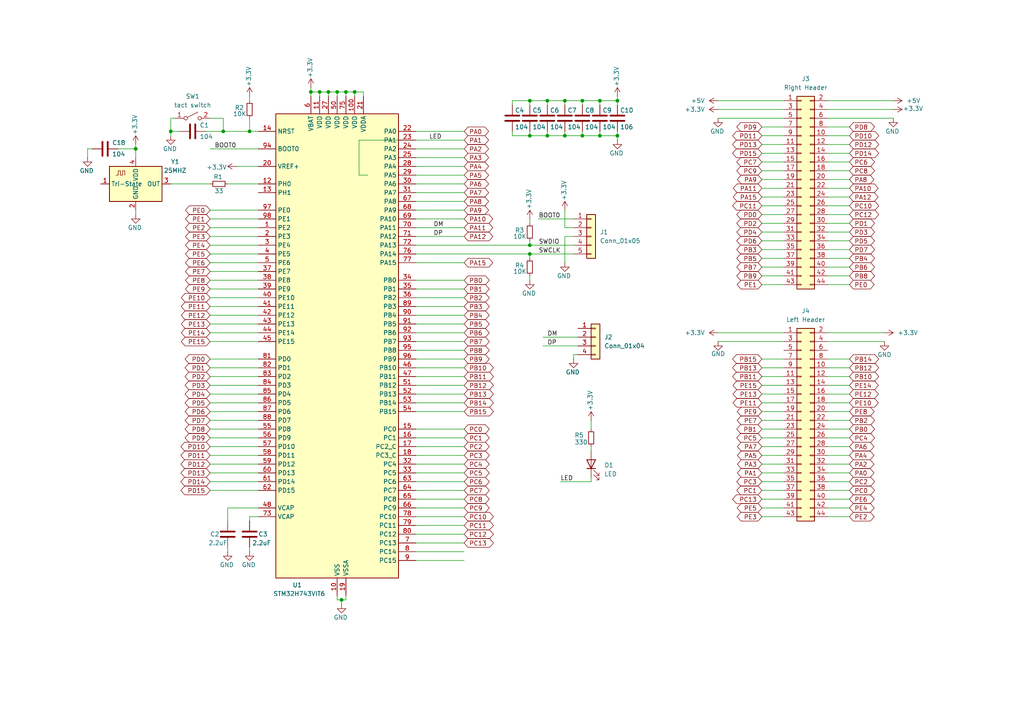
<source format=kicad_sch>
(kicad_sch (version 20250114) (generator "eeschema") (generator_version "9.0")
  (paper "A4")
  (junction (at 99.06 173.99))
  (junction (at 153.67 71.12))
  (junction (at 39.37 43.18))
  (junction (at 173.99 29.21))
  (junction (at 168.91 29.21))
  (junction (at 102.87 26.67))
  (junction (at 153.67 73.66))
  (junction (at 64.77 38.1))
  (junction (at 153.67 39.37))
  (junction (at 153.67 29.21))
  (junction (at 179.07 29.21))
  (junction (at 163.83 39.37))
  (junction (at 92.71 26.67))
  (junction (at 95.25 26.67))
  (junction (at 49.53 38.1))
  (junction (at 90.17 26.67))
  (junction (at 168.91 39.37))
  (junction (at 173.99 39.37))
  (junction (at 158.75 39.37))
  (junction (at 100.33 26.67))
  (junction (at 179.07 39.37))
  (junction (at 72.39 38.1))
  (junction (at 158.75 29.21))
  (junction (at 163.83 29.21))
  (junction (at 97.79 26.67))
  (wire (pts (xy 163.83 29.21) (xy 168.91 29.21)))
  (wire (pts (xy 227.33 29.21) (xy 208.28 29.21)))
  (wire (pts (xy 120.65 104.14) (xy 134.62 104.14)))
  (wire (pts (xy 162.56 139.7) (xy 171.45 139.7)))
  (wire (pts (xy 120.65 38.1) (xy 134.62 38.1)))
  (wire (pts (xy 90.17 26.67) (xy 92.71 26.67)))
  (wire (pts (xy 66.04 151.13) (xy 66.04 147.32)))
  (wire (pts (xy 72.39 27.94) (xy 72.39 29.21)))
  (wire (pts (xy 259.08 31.75) (xy 240.03 31.75)))
  (wire (pts (xy 66.04 147.32) (xy 74.93 147.32)))
  (wire (pts (xy 105.41 26.67) (xy 105.41 27.94)))
  (wire (pts (xy 60.96 63.5) (xy 74.93 63.5)))
  (wire (pts (xy 106.68 50.8) (xy 104.14 50.8)))
  (wire (pts (xy 166.37 68.58) (xy 163.83 68.58)))
  (wire (pts (xy 227.33 114.3) (xy 220.98 114.3)))
  (wire (pts (xy 100.33 26.67) (xy 100.33 27.94)))
  (wire (pts (xy 153.67 38.1) (xy 153.67 39.37)))
  (wire (pts (xy 156.21 63.5) (xy 166.37 63.5)))
  (wire (pts (xy 171.45 138.43) (xy 171.45 139.7)))
  (wire (pts (xy 120.65 162.56) (xy 134.62 162.56)))
  (wire (pts (xy 68.58 48.26) (xy 74.93 48.26)))
  (wire (pts (xy 120.65 144.78) (xy 134.62 144.78)))
  (wire (pts (xy 246.38 54.61) (xy 240.03 54.61)))
  (wire (pts (xy 163.83 38.1) (xy 163.83 39.37)))
  (wire (pts (xy 60.96 111.76) (xy 74.93 111.76)))
  (wire (pts (xy 153.67 80.01) (xy 153.67 81.28)))
  (wire (pts (xy 60.96 106.68) (xy 74.93 106.68)))
  (wire (pts (xy 60.96 142.24) (xy 74.93 142.24)))
  (wire (pts (xy 246.38 44.45) (xy 240.03 44.45)))
  (wire (pts (xy 153.67 29.21) (xy 158.75 29.21)))
  (wire (pts (xy 246.38 134.62) (xy 240.03 134.62)))
  (wire (pts (xy 246.38 104.14) (xy 240.03 104.14)))
  (wire (pts (xy 60.96 127) (xy 74.93 127)))
  (wire (pts (xy 97.79 26.67) (xy 97.79 27.94)))
  (wire (pts (xy 120.65 63.5) (xy 134.62 63.5)))
  (wire (pts (xy 246.38 57.15) (xy 240.03 57.15)))
  (wire (pts (xy 99.06 173.99) (xy 100.33 173.99)))
  (wire (pts (xy 227.33 142.24) (xy 220.98 142.24)))
  (wire (pts (xy 163.83 39.37) (xy 168.91 39.37)))
  (wire (pts (xy 168.91 29.21) (xy 168.91 30.48)))
  (wire (pts (xy 246.38 142.24) (xy 240.03 142.24)))
  (wire (pts (xy 166.37 66.04) (xy 163.83 66.04)))
  (wire (pts (xy 227.33 39.37) (xy 220.98 39.37)))
  (wire (pts (xy 227.33 109.22) (xy 220.98 109.22)))
  (wire (pts (xy 227.33 147.32) (xy 220.98 147.32)))
  (wire (pts (xy 104.14 40.64) (xy 104.14 50.8)))
  (wire (pts (xy 227.33 67.31) (xy 220.98 67.31)))
  (wire (pts (xy 168.91 38.1) (xy 168.91 39.37)))
  (wire (pts (xy 39.37 41.91) (xy 39.37 43.18)))
  (wire (pts (xy 246.38 39.37) (xy 240.03 39.37)))
  (wire (pts (xy 120.65 50.8) (xy 134.62 50.8)))
  (wire (pts (xy 246.38 129.54) (xy 240.03 129.54)))
  (wire (pts (xy 60.96 88.9) (xy 74.93 88.9)))
  (wire (pts (xy 49.53 34.29) (xy 49.53 38.1)))
  (wire (pts (xy 60.96 34.29) (xy 64.77 34.29)))
  (wire (pts (xy 72.39 158.75) (xy 72.39 160.02)))
  (wire (pts (xy 120.65 45.72) (xy 134.62 45.72)))
  (wire (pts (xy 60.96 116.84) (xy 74.93 116.84)))
  (wire (pts (xy 39.37 60.96) (xy 39.37 62.23)))
  (wire (pts (xy 227.33 64.77) (xy 220.98 64.77)))
  (wire (pts (xy 246.38 82.55) (xy 240.03 82.55)))
  (wire (pts (xy 66.04 53.34) (xy 74.93 53.34)))
  (wire (pts (xy 120.65 129.54) (xy 134.62 129.54)))
  (wire (pts (xy 227.33 62.23) (xy 220.98 62.23)))
  (wire (pts (xy 99.06 173.99) (xy 99.06 175.26)))
  (wire (pts (xy 120.65 66.04) (xy 134.62 66.04)))
  (wire (pts (xy 60.96 68.58) (xy 74.93 68.58)))
  (wire (pts (xy 60.96 104.14) (xy 74.93 104.14)))
  (wire (pts (xy 64.77 38.1) (xy 72.39 38.1)))
  (wire (pts (xy 246.38 46.99) (xy 240.03 46.99)))
  (wire (pts (xy 120.65 152.4) (xy 134.62 152.4)))
  (wire (pts (xy 166.37 102.87) (xy 166.37 104.14)))
  (wire (pts (xy 256.54 99.06) (xy 240.03 99.06)))
  (wire (pts (xy 246.38 62.23) (xy 240.03 62.23)))
  (wire (pts (xy 39.37 43.18) (xy 39.37 45.72)))
  (wire (pts (xy 227.33 116.84) (xy 220.98 116.84)))
  (wire (pts (xy 227.33 49.53) (xy 220.98 49.53)))
  (wire (pts (xy 72.39 34.29) (xy 72.39 38.1)))
  (wire (pts (xy 163.83 29.21) (xy 163.83 30.48)))
  (wire (pts (xy 179.07 27.94) (xy 179.07 29.21)))
  (wire (pts (xy 227.33 36.83) (xy 220.98 36.83)))
  (wire (pts (xy 120.65 96.52) (xy 134.62 96.52)))
  (wire (pts (xy 60.96 43.18) (xy 74.93 43.18)))
  (wire (pts (xy 227.33 31.75) (xy 208.28 31.75)))
  (wire (pts (xy 120.65 88.9) (xy 134.62 88.9)))
  (wire (pts (xy 246.38 114.3) (xy 240.03 114.3)))
  (wire (pts (xy 60.96 109.22) (xy 74.93 109.22)))
  (wire (pts (xy 104.14 40.64) (xy 116.84 40.64)))
  (wire (pts (xy 227.33 129.54) (xy 220.98 129.54)))
  (wire (pts (xy 163.83 66.04) (xy 163.83 60.96)))
  (wire (pts (xy 163.83 68.58) (xy 163.83 76.2)))
  (wire (pts (xy 153.67 73.66) (xy 166.37 73.66)))
  (wire (pts (xy 227.33 99.06) (xy 208.28 99.06)))
  (wire (pts (xy 148.59 39.37) (xy 153.67 39.37)))
  (wire (pts (xy 60.96 129.54) (xy 74.93 129.54)))
  (wire (pts (xy 120.65 147.32) (xy 134.62 147.32)))
  (wire (pts (xy 60.96 137.16) (xy 74.93 137.16)))
  (wire (pts (xy 120.65 119.38) (xy 134.62 119.38)))
  (wire (pts (xy 34.29 43.18) (xy 39.37 43.18)))
  (wire (pts (xy 60.96 99.06) (xy 74.93 99.06)))
  (wire (pts (xy 60.96 83.82) (xy 74.93 83.82)))
  (wire (pts (xy 246.38 116.84) (xy 240.03 116.84)))
  (wire (pts (xy 100.33 26.67) (xy 102.87 26.67)))
  (wire (pts (xy 157.48 97.79) (xy 167.64 97.79)))
  (wire (pts (xy 158.75 39.37) (xy 163.83 39.37)))
  (wire (pts (xy 227.33 77.47) (xy 220.98 77.47)))
  (wire (pts (xy 158.75 29.21) (xy 158.75 30.48)))
  (wire (pts (xy 227.33 52.07) (xy 220.98 52.07)))
  (wire (pts (xy 90.17 25.4) (xy 90.17 26.67)))
  (wire (pts (xy 60.96 124.46) (xy 74.93 124.46)))
  (wire (pts (xy 95.25 26.67) (xy 95.25 27.94)))
  (wire (pts (xy 60.96 132.08) (xy 74.93 132.08)))
  (wire (pts (xy 227.33 54.61) (xy 220.98 54.61)))
  (wire (pts (xy 153.67 63.5) (xy 153.67 64.77)))
  (wire (pts (xy 97.79 26.67) (xy 100.33 26.67)))
  (wire (pts (xy 120.65 111.76) (xy 134.62 111.76)))
  (wire (pts (xy 120.65 101.6) (xy 134.62 101.6)))
  (wire (pts (xy 246.38 121.92) (xy 240.03 121.92)))
  (wire (pts (xy 102.87 26.67) (xy 105.41 26.67)))
  (wire (pts (xy 158.75 29.21) (xy 163.83 29.21)))
  (wire (pts (xy 120.65 60.96) (xy 134.62 60.96)))
  (wire (pts (xy 246.38 137.16) (xy 240.03 137.16)))
  (wire (pts (xy 120.65 81.28) (xy 134.62 81.28)))
  (wire (pts (xy 153.67 29.21) (xy 153.67 30.48)))
  (wire (pts (xy 246.38 69.85) (xy 240.03 69.85)))
  (wire (pts (xy 72.39 149.86) (xy 74.93 149.86)))
  (wire (pts (xy 227.33 96.52) (xy 208.28 96.52)))
  (wire (pts (xy 60.96 93.98) (xy 74.93 93.98)))
  (wire (pts (xy 120.65 48.26) (xy 134.62 48.26)))
  (wire (pts (xy 72.39 151.13) (xy 72.39 149.86)))
  (wire (pts (xy 148.59 29.21) (xy 153.67 29.21)))
  (wire (pts (xy 246.38 64.77) (xy 240.03 64.77)))
  (wire (pts (xy 153.67 71.12) (xy 166.37 71.12)))
  (wire (pts (xy 60.96 121.92) (xy 74.93 121.92)))
  (wire (pts (xy 158.75 38.1) (xy 158.75 39.37)))
  (wire (pts (xy 120.65 55.88) (xy 134.62 55.88)))
  (wire (pts (xy 168.91 29.21) (xy 173.99 29.21)))
  (wire (pts (xy 227.33 134.62) (xy 220.98 134.62)))
  (wire (pts (xy 227.33 46.99) (xy 220.98 46.99)))
  (wire (pts (xy 173.99 29.21) (xy 179.07 29.21)))
  (wire (pts (xy 246.38 67.31) (xy 240.03 67.31)))
  (wire (pts (xy 49.53 38.1) (xy 49.53 39.37)))
  (wire (pts (xy 120.65 91.44) (xy 134.62 91.44)))
  (wire (pts (xy 173.99 39.37) (xy 179.07 39.37)))
  (wire (pts (xy 60.96 119.38) (xy 74.93 119.38)))
  (wire (pts (xy 60.96 91.44) (xy 74.93 91.44)))
  (wire (pts (xy 26.67 43.18) (xy 25.4 43.18)))
  (wire (pts (xy 120.65 86.36) (xy 134.62 86.36)))
  (wire (pts (xy 246.38 132.08) (xy 240.03 132.08)))
  (wire (pts (xy 120.65 106.68) (xy 134.62 106.68)))
  (wire (pts (xy 227.33 69.85) (xy 220.98 69.85)))
  (wire (pts (xy 92.71 26.67) (xy 92.71 27.94)))
  (wire (pts (xy 97.79 172.72) (xy 97.79 173.99)))
  (wire (pts (xy 120.65 43.18) (xy 134.62 43.18)))
  (wire (pts (xy 246.38 127) (xy 240.03 127)))
  (wire (pts (xy 227.33 144.78) (xy 220.98 144.78)))
  (wire (pts (xy 90.17 27.94) (xy 90.17 26.67)))
  (wire (pts (xy 120.65 53.34) (xy 134.62 53.34)))
  (wire (pts (xy 173.99 38.1) (xy 173.99 39.37)))
  (wire (pts (xy 171.45 121.92) (xy 171.45 124.46)))
  (wire (pts (xy 120.65 160.02) (xy 134.62 160.02)))
  (wire (pts (xy 60.96 71.12) (xy 74.93 71.12)))
  (wire (pts (xy 60.96 78.74) (xy 74.93 78.74)))
  (wire (pts (xy 59.69 38.1) (xy 64.77 38.1)))
  (wire (pts (xy 60.96 60.96) (xy 74.93 60.96)))
  (wire (pts (xy 227.33 106.68) (xy 220.98 106.68)))
  (wire (pts (xy 120.65 58.42) (xy 134.62 58.42)))
  (wire (pts (xy 120.65 114.3) (xy 134.62 114.3)))
  (wire (pts (xy 120.65 40.64) (xy 134.62 40.64)))
  (wire (pts (xy 246.38 74.93) (xy 240.03 74.93)))
  (wire (pts (xy 246.38 59.69) (xy 240.03 59.69)))
  (wire (pts (xy 171.45 129.54) (xy 171.45 130.81)))
  (wire (pts (xy 179.07 39.37) (xy 179.07 38.1)))
  (wire (pts (xy 227.33 57.15) (xy 220.98 57.15)))
  (wire (pts (xy 168.91 39.37) (xy 173.99 39.37)))
  (wire (pts (xy 167.64 102.87) (xy 166.37 102.87)))
  (wire (pts (xy 97.79 173.99) (xy 99.06 173.99)))
  (wire (pts (xy 120.65 76.2) (xy 134.62 76.2)))
  (wire (pts (xy 49.53 53.34) (xy 60.96 53.34)))
  (wire (pts (xy 25.4 43.18) (xy 25.4 45.72)))
  (wire (pts (xy 227.33 127) (xy 220.98 127)))
  (wire (pts (xy 120.65 137.16) (xy 134.62 137.16)))
  (wire (pts (xy 246.38 41.91) (xy 240.03 41.91)))
  (wire (pts (xy 246.38 80.01) (xy 240.03 80.01)))
  (wire (pts (xy 227.33 41.91) (xy 220.98 41.91)))
  (wire (pts (xy 120.65 99.06) (xy 134.62 99.06)))
  (wire (pts (xy 246.38 139.7) (xy 240.03 139.7)))
  (wire (pts (xy 227.33 119.38) (xy 220.98 119.38)))
  (wire (pts (xy 120.65 127) (xy 134.62 127)))
  (wire (pts (xy 120.65 139.7) (xy 134.62 139.7)))
  (wire (pts (xy 246.38 52.07) (xy 240.03 52.07)))
  (wire (pts (xy 240.03 96.52) (xy 256.54 96.52)))
  (wire (pts (xy 227.33 121.92) (xy 220.98 121.92)))
  (wire (pts (xy 120.65 132.08) (xy 134.62 132.08)))
  (wire (pts (xy 246.38 144.78) (xy 240.03 144.78)))
  (wire (pts (xy 246.38 149.86) (xy 240.03 149.86)))
  (wire (pts (xy 246.38 119.38) (xy 240.03 119.38)))
  (wire (pts (xy 246.38 147.32) (xy 240.03 147.32)))
  (wire (pts (xy 120.65 68.58) (xy 134.62 68.58)))
  (wire (pts (xy 246.38 72.39) (xy 240.03 72.39)))
  (wire (pts (xy 246.38 124.46) (xy 240.03 124.46)))
  (wire (pts (xy 120.65 116.84) (xy 134.62 116.84)))
  (wire (pts (xy 120.65 83.82) (xy 134.62 83.82)))
  (wire (pts (xy 227.33 124.46) (xy 220.98 124.46)))
  (wire (pts (xy 120.65 124.46) (xy 134.62 124.46)))
  (wire (pts (xy 157.48 100.33) (xy 167.64 100.33)))
  (wire (pts (xy 120.65 93.98) (xy 134.62 93.98)))
  (wire (pts (xy 246.38 109.22) (xy 240.03 109.22)))
  (wire (pts (xy 120.65 157.48) (xy 134.62 157.48)))
  (wire (pts (xy 246.38 36.83) (xy 240.03 36.83)))
  (wire (pts (xy 227.33 80.01) (xy 220.98 80.01)))
  (wire (pts (xy 227.33 139.7) (xy 220.98 139.7)))
  (wire (pts (xy 49.53 38.1) (xy 52.07 38.1)))
  (wire (pts (xy 120.65 109.22) (xy 134.62 109.22)))
  (wire (pts (xy 153.67 69.85) (xy 153.67 71.12)))
  (wire (pts (xy 153.67 73.66) (xy 153.67 74.93)))
  (wire (pts (xy 60.96 134.62) (xy 74.93 134.62)))
  (wire (pts (xy 179.07 29.21) (xy 179.07 30.48)))
  (wire (pts (xy 227.33 111.76) (xy 220.98 111.76)))
  (wire (pts (xy 95.25 26.67) (xy 97.79 26.67)))
  (wire (pts (xy 60.96 73.66) (xy 74.93 73.66)))
  (wire (pts (xy 246.38 49.53) (xy 240.03 49.53)))
  (wire (pts (xy 50.8 34.29) (xy 49.53 34.29)))
  (wire (pts (xy 120.65 73.66) (xy 153.67 73.66)))
  (wire (pts (xy 173.99 29.21) (xy 173.99 30.48)))
  (wire (pts (xy 92.71 26.67) (xy 95.25 26.67)))
  (wire (pts (xy 102.87 26.67) (xy 102.87 27.94)))
  (wire (pts (xy 60.96 114.3) (xy 74.93 114.3)))
  (wire (pts (xy 120.65 149.86) (xy 134.62 149.86)))
  (wire (pts (xy 60.96 66.04) (xy 74.93 66.04)))
  (wire (pts (xy 246.38 77.47) (xy 240.03 77.47)))
  (wire (pts (xy 64.77 34.29) (xy 64.77 38.1)))
  (wire (pts (xy 60.96 139.7) (xy 74.93 139.7)))
  (wire (pts (xy 60.96 96.52) (xy 74.93 96.52)))
  (wire (pts (xy 227.33 82.55) (xy 220.98 82.55)))
  (wire (pts (xy 148.59 30.48) (xy 148.59 29.21)))
  (wire (pts (xy 227.33 104.14) (xy 220.98 104.14)))
  (wire (pts (xy 60.96 86.36) (xy 74.93 86.36)))
  (wire (pts (xy 227.33 72.39) (xy 220.98 72.39)))
  (wire (pts (xy 120.65 134.62) (xy 134.62 134.62)))
  (wire (pts (xy 227.33 149.86) (xy 220.98 149.86)))
  (wire (pts (xy 120.65 71.12) (xy 153.67 71.12)))
  (wire (pts (xy 72.39 38.1) (xy 74.93 38.1)))
  (wire (pts (xy 240.03 34.29) (xy 259.08 34.29)))
  (wire (pts (xy 208.28 34.29) (xy 227.33 34.29)))
  (wire (pts (xy 148.59 38.1) (xy 148.59 39.37)))
  (wire (pts (xy 100.33 173.99) (xy 100.33 172.72)))
  (wire (pts (xy 120.65 154.94) (xy 134.62 154.94)))
  (wire (pts (xy 60.96 81.28) (xy 74.93 81.28)))
  (wire (pts (xy 60.96 76.2) (xy 74.93 76.2)))
  (wire (pts (xy 66.04 158.75) (xy 66.04 160.02)))
  (wire (pts (xy 246.38 106.68) (xy 240.03 106.68)))
  (wire (pts (xy 259.08 29.21) (xy 240.03 29.21)))
  (wire (pts (xy 246.38 111.76) (xy 240.03 111.76)))
  (wire (pts (xy 227.33 44.45) (xy 220.98 44.45)))
  (wire (pts (xy 153.67 39.37) (xy 158.75 39.37)))
  (wire (pts (xy 227.33 132.08) (xy 220.98 132.08)))
  (wire (pts (xy 227.33 74.93) (xy 220.98 74.93)))
  (wire (pts (xy 227.33 137.16) (xy 220.98 137.16)))
  (wire (pts (xy 227.33 59.69) (xy 220.98 59.69)))
  (wire (pts (xy 120.65 142.24) (xy 134.62 142.24)))
  (wire (pts (xy 179.07 39.37) (xy 179.07 40.64)))
  (label "SWDIO" (at 156.21 71.12 0))
  (label "LED" (at 162.56 139.7 0))
  (label "SWCLK" (at 156.21 73.66 0))
  (label "DP" (at 125.73 68.58 0))
  (label "DM" (at 125.73 66.04 0))
  (label "DP" (at 158.75 100.33 0))
  (label "LED" (at 124.46 40.64 0))
  (label "BOOT0" (at 62.23 43.18 0))
  (label "DM" (at 158.75 97.79 0))
  (label "BOOT0" (at 156.21 63.5 0))
  (global_label "PD11" (shape bidirectional) (at 60.96 132.08 180) (property "Intersheetrefs" "${INTERSHEET_REFS}" (effects (hide yes))))
  (global_label "PE14" (shape bidirectional) (at 60.96 96.52 180) (property "Intersheetrefs" "${INTERSHEET_REFS}" (effects (hide yes))))
  (global_label "PB14" (shape bidirectional) (at 134.62 116.84 0) (property "Intersheetrefs" "${INTERSHEET_REFS}" (effects (hide yes))))
  (global_label "PE1" (shape bidirectional) (at 220.98 82.55 180) (property "Intersheetrefs" "${INTERSHEET_REFS}" (effects (hide yes))))
  (global_label "PB9" (shape bidirectional) (at 220.98 80.01 180) (property "Intersheetrefs" "${INTERSHEET_REFS}" (effects (hide yes))))
  (global_label "PA3" (shape bidirectional) (at 134.62 45.72 0) (property "Intersheetrefs" "${INTERSHEET_REFS}" (effects (hide yes))))
  (global_label "PA5" (shape bidirectional) (at 134.62 50.8 0) (property "Intersheetrefs" "${INTERSHEET_REFS}" (effects (hide yes))))
  (global_label "PB2" (shape bidirectional) (at 246.38 121.92 0) (property "Intersheetrefs" "${INTERSHEET_REFS}" (effects (hide yes))))
  (global_label "PB13" (shape bidirectional) (at 220.98 106.68 180) (property "Intersheetrefs" "${INTERSHEET_REFS}" (effects (hide yes))))
  (global_label "PC12" (shape bidirectional) (at 134.62 154.94 0) (property "Intersheetrefs" "${INTERSHEET_REFS}" (effects (hide yes))))
  (global_label "PC9" (shape bidirectional) (at 220.98 49.53 180) (property "Intersheetrefs" "${INTERSHEET_REFS}" (effects (hide yes))))
  (global_label "PB6" (shape bidirectional) (at 134.62 96.52 0) (property "Intersheetrefs" "${INTERSHEET_REFS}" (effects (hide yes))))
  (global_label "PD14" (shape bidirectional) (at 246.38 44.45 0) (property "Intersheetrefs" "${INTERSHEET_REFS}" (effects (hide yes))))
  (global_label "PC8" (shape bidirectional) (at 246.38 49.53 0) (property "Intersheetrefs" "${INTERSHEET_REFS}" (effects (hide yes))))
  (global_label "PD9" (shape bidirectional) (at 220.98 36.83 180) (property "Intersheetrefs" "${INTERSHEET_REFS}" (effects (hide yes))))
  (global_label "PE3" (shape bidirectional) (at 60.96 68.58 180) (property "Intersheetrefs" "${INTERSHEET_REFS}" (effects (hide yes))))
  (global_label "PB1" (shape bidirectional) (at 220.98 124.46 180) (property "Intersheetrefs" "${INTERSHEET_REFS}" (effects (hide yes))))
  (global_label "PB5" (shape bidirectional) (at 134.62 93.98 0) (property "Intersheetrefs" "${INTERSHEET_REFS}" (effects (hide yes))))
  (global_label "PA1" (shape bidirectional) (at 134.62 40.64 0) (property "Intersheetrefs" "${INTERSHEET_REFS}" (effects (hide yes))))
  (global_label "PD6" (shape bidirectional) (at 60.96 119.38 180) (property "Intersheetrefs" "${INTERSHEET_REFS}" (effects (hide yes))))
  (global_label "PA9" (shape bidirectional) (at 220.98 52.07 180) (property "Intersheetrefs" "${INTERSHEET_REFS}" (effects (hide yes))))
  (global_label "PB4" (shape bidirectional) (at 134.62 91.44 0) (property "Intersheetrefs" "${INTERSHEET_REFS}" (effects (hide yes))))
  (global_label "PE2" (shape bidirectional) (at 246.38 149.86 0) (property "Intersheetrefs" "${INTERSHEET_REFS}" (effects (hide yes))))
  (global_label "PA2" (shape bidirectional) (at 246.38 134.62 0) (property "Intersheetrefs" "${INTERSHEET_REFS}" (effects (hide yes))))
  (global_label "PD0" (shape bidirectional) (at 220.98 62.23 180) (property "Intersheetrefs" "${INTERSHEET_REFS}" (effects (hide yes))))
  (global_label "PC4" (shape bidirectional) (at 134.62 134.62 0) (property "Intersheetrefs" "${INTERSHEET_REFS}" (effects (hide yes))))
  (global_label "PD3" (shape bidirectional) (at 60.96 111.76 180) (property "Intersheetrefs" "${INTERSHEET_REFS}" (effects (hide yes))))
  (global_label "PB0" (shape bidirectional) (at 134.62 81.28 0) (property "Intersheetrefs" "${INTERSHEET_REFS}" (effects (hide yes))))
  (global_label "PC6" (shape bidirectional) (at 134.62 139.7 0) (property "Intersheetrefs" "${INTERSHEET_REFS}" (effects (hide yes))))
  (global_label "PC5" (shape bidirectional) (at 134.62 137.16 0) (property "Intersheetrefs" "${INTERSHEET_REFS}" (effects (hide yes))))
  (global_label "PB11" (shape bidirectional) (at 220.98 109.22 180) (property "Intersheetrefs" "${INTERSHEET_REFS}" (effects (hide yes))))
  (global_label "PA5" (shape bidirectional) (at 220.98 132.08 180) (property "Intersheetrefs" "${INTERSHEET_REFS}" (effects (hide yes))))
  (global_label "PD9" (shape bidirectional) (at 60.96 127 180) (property "Intersheetrefs" "${INTERSHEET_REFS}" (effects (hide yes))))
  (global_label "PB6" (shape bidirectional) (at 246.38 77.47 0) (property "Intersheetrefs" "${INTERSHEET_REFS}" (effects (hide yes))))
  (global_label "PD13" (shape bidirectional) (at 60.96 137.16 180) (property "Intersheetrefs" "${INTERSHEET_REFS}" (effects (hide yes))))
  (global_label "PD10" (shape bidirectional) (at 246.38 39.37 0) (property "Intersheetrefs" "${INTERSHEET_REFS}" (effects (hide yes))))
  (global_label "PE4" (shape bidirectional) (at 60.96 71.12 180) (property "Intersheetrefs" "${INTERSHEET_REFS}" (effects (hide yes))))
  (global_label "PC8" (shape bidirectional) (at 134.62 144.78 0) (property "Intersheetrefs" "${INTERSHEET_REFS}" (effects (hide yes))))
  (global_label "PA12" (shape bidirectional) (at 246.38 57.15 0) (property "Intersheetrefs" "${INTERSHEET_REFS}" (effects (hide yes))))
  (global_label "PD14" (shape bidirectional) (at 60.96 139.7 180) (property "Intersheetrefs" "${INTERSHEET_REFS}" (effects (hide yes))))
  (global_label "PD2" (shape bidirectional) (at 220.98 64.77 180) (property "Intersheetrefs" "${INTERSHEET_REFS}" (effects (hide yes))))
  (global_label "PA0" (shape bidirectional) (at 134.62 38.1 0) (property "Intersheetrefs" "${INTERSHEET_REFS}" (effects (hide yes))))
  (global_label "PB8" (shape bidirectional) (at 246.38 80.01 0) (property "Intersheetrefs" "${INTERSHEET_REFS}" (effects (hide yes))))
  (global_label "PD4" (shape bidirectional) (at 60.96 114.3 180) (property "Intersheetrefs" "${INTERSHEET_REFS}" (effects (hide yes))))
  (global_label "PA0" (shape bidirectional) (at 246.38 137.16 0) (property "Intersheetrefs" "${INTERSHEET_REFS}" (effects (hide yes))))
  (global_label "PD8" (shape bidirectional) (at 246.38 36.83 0) (property "Intersheetrefs" "${INTERSHEET_REFS}" (effects (hide yes))))
  (global_label "PA6" (shape bidirectional) (at 134.62 53.34 0) (property "Intersheetrefs" "${INTERSHEET_REFS}" (effects (hide yes))))
  (global_label "PB3" (shape bidirectional) (at 134.62 88.9 0) (property "Intersheetrefs" "${INTERSHEET_REFS}" (effects (hide yes))))
  (global_label "PA4" (shape bidirectional) (at 246.38 132.08 0) (property "Intersheetrefs" "${INTERSHEET_REFS}" (effects (hide yes))))
  (global_label "PB10" (shape bidirectional) (at 246.38 109.22 0) (property "Intersheetrefs" "${INTERSHEET_REFS}" (effects (hide yes))))
  (global_label "PD1" (shape bidirectional) (at 60.96 106.68 180) (property "Intersheetrefs" "${INTERSHEET_REFS}" (effects (hide yes))))
  (global_label "PD4" (shape bidirectional) (at 220.98 67.31 180) (property "Intersheetrefs" "${INTERSHEET_REFS}" (effects (hide yes))))
  (global_label "PC10" (shape bidirectional) (at 246.38 59.69 0) (property "Intersheetrefs" "${INTERSHEET_REFS}" (effects (hide yes))))
  (global_label "PE10" (shape bidirectional) (at 60.96 86.36 180) (property "Intersheetrefs" "${INTERSHEET_REFS}" (effects (hide yes))))
  (global_label "PB2" (shape bidirectional) (at 134.62 86.36 0) (property "Intersheetrefs" "${INTERSHEET_REFS}" (effects (hide yes))))
  (global_label "PC9" (shape bidirectional) (at 134.62 147.32 0) (property "Intersheetrefs" "${INTERSHEET_REFS}" (effects (hide yes))))
  (global_label "PC7" (shape bidirectional) (at 220.98 46.99 180) (property "Intersheetrefs" "${INTERSHEET_REFS}" (effects (hide yes))))
  (global_label "PB12" (shape bidirectional) (at 246.38 106.68 0) (property "Intersheetrefs" "${INTERSHEET_REFS}" (effects (hide yes))))
  (global_label "PA12" (shape bidirectional) (at 134.62 68.58 0) (property "Intersheetrefs" "${INTERSHEET_REFS}" (effects (hide yes))))
  (global_label "PB0" (shape bidirectional) (at 246.38 124.46 0) (property "Intersheetrefs" "${INTERSHEET_REFS}" (effects (hide yes))))
  (global_label "PA10" (shape bidirectional) (at 134.62 63.5 0) (property "Intersheetrefs" "${INTERSHEET_REFS}" (effects (hide yes))))
  (global_label "PD7" (shape bidirectional) (at 246.38 72.39 0) (property "Intersheetrefs" "${INTERSHEET_REFS}" (effects (hide yes))))
  (global_label "PC10" (shape bidirectional) (at 134.62 149.86 0) (property "Intersheetrefs" "${INTERSHEET_REFS}" (effects (hide yes))))
  (global_label "PE7" (shape bidirectional) (at 60.96 78.74 180) (property "Intersheetrefs" "${INTERSHEET_REFS}" (effects (hide yes))))
  (global_label "PD11" (shape bidirectional) (at 220.98 39.37 180) (property "Intersheetrefs" "${INTERSHEET_REFS}" (effects (hide yes))))
  (global_label "PC2" (shape bidirectional) (at 134.62 129.54 0) (property "Intersheetrefs" "${INTERSHEET_REFS}" (effects (hide yes))))
  (global_label "PC6" (shape bidirectional) (at 246.38 46.99 0) (property "Intersheetrefs" "${INTERSHEET_REFS}" (effects (hide yes))))
  (global_label "PE15" (shape bidirectional) (at 220.98 111.76 180) (property "Intersheetrefs" "${INTERSHEET_REFS}" (effects (hide yes))))
  (global_label "PE6" (shape bidirectional) (at 246.38 144.78 0) (property "Intersheetrefs" "${INTERSHEET_REFS}" (effects (hide yes))))
  (global_label "PC0" (shape bidirectional) (at 134.62 124.46 0) (property "Intersheetrefs" "${INTERSHEET_REFS}" (effects (hide yes))))
  (global_label "PD2" (shape bidirectional) (at 60.96 109.22 180) (property "Intersheetrefs" "${INTERSHEET_REFS}" (effects (hide yes))))
  (global_label "PB15" (shape bidirectional) (at 220.98 104.14 180) (property "Intersheetrefs" "${INTERSHEET_REFS}" (effects (hide yes))))
  (global_label "PB12" (shape bidirectional) (at 134.62 111.76 0) (property "Intersheetrefs" "${INTERSHEET_REFS}" (effects (hide yes))))
  (global_label "PB15" (shape bidirectional) (at 134.62 119.38 0) (property "Intersheetrefs" "${INTERSHEET_REFS}" (effects (hide yes))))
  (global_label "PE8" (shape bidirectional) (at 246.38 119.38 0) (property "Intersheetrefs" "${INTERSHEET_REFS}" (effects (hide yes))))
  (global_label "PC1" (shape bidirectional) (at 220.98 142.24 180) (property "Intersheetrefs" "${INTERSHEET_REFS}" (effects (hide yes))))
  (global_label "PD15" (shape bidirectional) (at 60.96 142.24 180) (property "Intersheetrefs" "${INTERSHEET_REFS}" (effects (hide yes))))
  (global_label "PE10" (shape bidirectional) (at 246.38 116.84 0) (property "Intersheetrefs" "${INTERSHEET_REFS}" (effects (hide yes))))
  (global_label "PA2" (shape bidirectional) (at 134.62 43.18 0) (property "Intersheetrefs" "${INTERSHEET_REFS}" (effects (hide yes))))
  (global_label "PC13" (shape bidirectional) (at 134.62 157.48 0) (property "Intersheetrefs" "${INTERSHEET_REFS}" (effects (hide yes))))
  (global_label "PD8" (shape bidirectional) (at 60.96 124.46 180) (property "Intersheetrefs" "${INTERSHEET_REFS}" (effects (hide yes))))
  (global_label "PD6" (shape bidirectional) (at 220.98 69.85 180) (property "Intersheetrefs" "${INTERSHEET_REFS}" (effects (hide yes))))
  (global_label "PA8" (shape bidirectional) (at 246.38 52.07 0) (property "Intersheetrefs" "${INTERSHEET_REFS}" (effects (hide yes))))
  (global_label "PB14" (shape bidirectional) (at 246.38 104.14 0) (property "Intersheetrefs" "${INTERSHEET_REFS}" (effects (hide yes))))
  (global_label "PE9" (shape bidirectional) (at 220.98 119.38 180) (property "Intersheetrefs" "${INTERSHEET_REFS}" (effects (hide yes))))
  (global_label "PC7" (shape bidirectional) (at 134.62 142.24 0) (property "Intersheetrefs" "${INTERSHEET_REFS}" (effects (hide yes))))
  (global_label "PD10" (shape bidirectional) (at 60.96 129.54 180) (property "Intersheetrefs" "${INTERSHEET_REFS}" (effects (hide yes))))
  (global_label "PA6" (shape bidirectional) (at 246.38 129.54 0) (property "Intersheetrefs" "${INTERSHEET_REFS}" (effects (hide yes))))
  (global_label "PD15" (shape bidirectional) (at 220.98 44.45 180) (property "Intersheetrefs" "${INTERSHEET_REFS}" (effects (hide yes))))
  (global_label "PA4" (shape bidirectional) (at 134.62 48.26 0) (property "Intersheetrefs" "${INTERSHEET_REFS}" (effects (hide yes))))
  (global_label "PB9" (shape bidirectional) (at 134.62 104.14 0) (property "Intersheetrefs" "${INTERSHEET_REFS}" (effects (hide yes))))
  (global_label "PB5" (shape bidirectional) (at 220.98 74.93 180) (property "Intersheetrefs" "${INTERSHEET_REFS}" (effects (hide yes))))
  (global_label "PC11" (shape bidirectional) (at 220.98 59.69 180) (property "Intersheetrefs" "${INTERSHEET_REFS}" (effects (hide yes))))
  (global_label "PA15" (shape bidirectional) (at 134.62 76.2 0) (property "Intersheetrefs" "${INTERSHEET_REFS}" (effects (hide yes))))
  (global_label "PB4" (shape bidirectional) (at 246.38 74.93 0) (property "Intersheetrefs" "${INTERSHEET_REFS}" (effects (hide yes))))
  (global_label "PA11" (shape bidirectional) (at 220.98 54.61 180) (property "Intersheetrefs" "${INTERSHEET_REFS}" (effects (hide yes))))
  (global_label "PE14" (shape bidirectional) (at 246.38 111.76 0) (property "Intersheetrefs" "${INTERSHEET_REFS}" (effects (hide yes))))
  (global_label "PE13" (shape bidirectional) (at 220.98 114.3 180) (property "Intersheetrefs" "${INTERSHEET_REFS}" (effects (hide yes))))
  (global_label "PA15" (shape bidirectional) (at 220.98 57.15 180) (property "Intersheetrefs" "${INTERSHEET_REFS}" (effects (hide yes))))
  (global_label "PB10" (shape bidirectional) (at 134.62 106.68 0) (property "Intersheetrefs" "${INTERSHEET_REFS}" (effects (hide yes))))
  (global_label "PD12" (shape bidirectional) (at 60.96 134.62 180) (property "Intersheetrefs" "${INTERSHEET_REFS}" (effects (hide yes))))
  (global_label "PD1" (shape bidirectional) (at 246.38 64.77 0) (property "Intersheetrefs" "${INTERSHEET_REFS}" (effects (hide yes))))
  (global_label "PB1" (shape bidirectional) (at 134.62 83.82 0) (property "Intersheetrefs" "${INTERSHEET_REFS}" (effects (hide yes))))
  (global_label "PE8" (shape bidirectional) (at 60.96 81.28 180) (property "Intersheetrefs" "${INTERSHEET_REFS}" (effects (hide yes))))
  (global_label "PC11" (shape bidirectional) (at 134.62 152.4 0) (property "Intersheetrefs" "${INTERSHEET_REFS}" (effects (hide yes))))
  (global_label "PD7" (shape bidirectional) (at 60.96 121.92 180) (property "Intersheetrefs" "${INTERSHEET_REFS}" (effects (hide yes))))
  (global_label "PC5" (shape bidirectional) (at 220.98 127 180) (property "Intersheetrefs" "${INTERSHEET_REFS}" (effects (hide yes))))
  (global_label "PD13" (shape bidirectional) (at 220.98 41.91 180) (property "Intersheetrefs" "${INTERSHEET_REFS}" (effects (hide yes))))
  (global_label "PD0" (shape bidirectional) (at 60.96 104.14 180) (property "Intersheetrefs" "${INTERSHEET_REFS}" (effects (hide yes))))
  (global_label "PC1" (shape bidirectional) (at 134.62 127 0) (property "Intersheetrefs" "${INTERSHEET_REFS}" (effects (hide yes))))
  (global_label "PE15" (shape bidirectional) (at 60.96 99.06 180) (property "Intersheetrefs" "${INTERSHEET_REFS}" (effects (hide yes))))
  (global_label "PD5" (shape bidirectional) (at 246.38 69.85 0) (property "Intersheetrefs" "${INTERSHEET_REFS}" (effects (hide yes))))
  (global_label "PE1" (shape bidirectional) (at 60.96 63.5 180) (property "Intersheetrefs" "${INTERSHEET_REFS}" (effects (hide yes))))
  (global_label "PA7" (shape bidirectional) (at 134.62 55.88 0) (property "Intersheetrefs" "${INTERSHEET_REFS}" (effects (hide yes))))
  (global_label "PE5" (shape bidirectional) (at 60.96 73.66 180) (property "Intersheetrefs" "${INTERSHEET_REFS}" (effects (hide yes))))
  (global_label "PC12" (shape bidirectional) (at 246.38 62.23 0) (property "Intersheetrefs" "${INTERSHEET_REFS}" (effects (hide yes))))
  (global_label "PE11" (shape bidirectional) (at 220.98 116.84 180) (property "Intersheetrefs" "${INTERSHEET_REFS}" (effects (hide yes))))
  (global_label "PA10" (shape bidirectional) (at 246.38 54.61 0) (property "Intersheetrefs" "${INTERSHEET_REFS}" (effects (hide yes))))
  (global_label "PE0" (shape bidirectional) (at 246.38 82.55 0) (property "Intersheetrefs" "${INTERSHEET_REFS}" (effects (hide yes))))
  (global_label "PD3" (shape bidirectional) (at 246.38 67.31 0) (property "Intersheetrefs" "${INTERSHEET_REFS}" (effects (hide yes))))
  (global_label "PA8" (shape bidirectional) (at 134.62 58.42 0) (property "Intersheetrefs" "${INTERSHEET_REFS}" (effects (hide yes))))
  (global_label "PB7" (shape bidirectional) (at 220.98 77.47 180) (property "Intersheetrefs" "${INTERSHEET_REFS}" (effects (hide yes))))
  (global_label "PE2" (shape bidirectional) (at 60.96 66.04 180) (property "Intersheetrefs" "${INTERSHEET_REFS}" (effects (hide yes))))
  (global_label "PC13" (shape bidirectional) (at 220.98 144.78 180) (property "Intersheetrefs" "${INTERSHEET_REFS}" (effects (hide yes))))
  (global_label "PA1" (shape bidirectional) (at 220.98 137.16 180) (property "Intersheetrefs" "${INTERSHEET_REFS}" (effects (hide yes))))
  (global_label "PB11" (shape bidirectional) (at 134.62 109.22 0) (property "Intersheetrefs" "${INTERSHEET_REFS}" (effects (hide yes))))
  (global_label "PE6" (shape bidirectional) (at 60.96 76.2 180) (property "Intersheetrefs" "${INTERSHEET_REFS}" (effects (hide yes))))
  (global_label "PE12" (shape bidirectional) (at 246.38 114.3 0) (property "Intersheetrefs" "${INTERSHEET_REFS}" (effects (hide yes))))
  (global_label "PA7" (shape bidirectional) (at 220.98 129.54 180) (property "Intersheetrefs" "${INTERSHEET_REFS}" (effects (hide yes))))
  (global_label "PC3" (shape bidirectional) (at 134.62 132.08 0) (property "Intersheetrefs" "${INTERSHEET_REFS}" (effects (hide yes))))
  (global_label "PB7" (shape bidirectional) (at 134.62 99.06 0) (property "Intersheetrefs" "${INTERSHEET_REFS}" (effects (hide yes))))
  (global_label "PD12" (shape bidirectional) (at 246.38 41.91 0) (property "Intersheetrefs" "${INTERSHEET_REFS}" (effects (hide yes))))
  (global_label "PE9" (shape bidirectional) (at 60.96 83.82 180) (property "Intersheetrefs" "${INTERSHEET_REFS}" (effects (hide yes))))
  (global_label "PB13" (shape bidirectional) (at 134.62 114.3 0) (property "Intersheetrefs" "${INTERSHEET_REFS}" (effects (hide yes))))
  (global_label "PD5" (shape bidirectional) (at 60.96 116.84 180) (property "Intersheetrefs" "${INTERSHEET_REFS}" (effects (hide yes))))
  (global_label "PE13" (shape bidirectional) (at 60.96 93.98 180) (property "Intersheetrefs" "${INTERSHEET_REFS}" (effects (hide yes))))
  (global_label "PE11" (shape bidirectional) (at 60.96 88.9 180) (property "Intersheetrefs" "${INTERSHEET_REFS}" (effects (hide yes))))
  (global_label "PC3" (shape bidirectional) (at 220.98 139.7 180) (property "Intersheetrefs" "${INTERSHEET_REFS}" (effects (hide yes))))
  (global_label "PC4" (shape bidirectional) (at 246.38 127 0) (property "Intersheetrefs" "${INTERSHEET_REFS}" (effects (hide yes))))
  (global_label "PB3" (shape bidirectional) (at 220.98 72.39 180) (property "Intersheetrefs" "${INTERSHEET_REFS}" (effects (hide yes))))
  (global_label "PE12" (shape bidirectional) (at 60.96 91.44 180) (property "Intersheetrefs" "${INTERSHEET_REFS}" (effects (hide yes))))
  (global_label "PE0" (shape bidirectional) (at 60.96 60.96 180) (property "Intersheetrefs" "${INTERSHEET_REFS}" (effects (hide yes))))
  (global_label "PA9" (shape bidirectional) (at 134.62 60.96 0) (property "Intersheetrefs" "${INTERSHEET_REFS}" (effects (hide yes))))
  (global_label "PE7" (shape bidirectional) (at 220.98 121.92 180) (property "Intersheetrefs" "${INTERSHEET_REFS}" (effects (hide yes))))
  (global_label "PA3" (shape bidirectional) (at 220.98 134.62 180) (property "Intersheetrefs" "${INTERSHEET_REFS}" (effects (hide yes))))
  (global_label "PC2" (shape bidirectional) (at 246.38 139.7 0) (property "Intersheetrefs" "${INTERSHEET_REFS}" (effects (hide yes))))
  (global_label "PE3" (shape bidirectional) (at 220.98 149.86 180) (property "Intersheetrefs" "${INTERSHEET_REFS}" (effects (hide yes))))
  (global_label "PB8" (shape bidirectional) (at 134.62 101.6 0) (property "Intersheetrefs" "${INTERSHEET_REFS}" (effects (hide yes))))
  (global_label "PA11" (shape bidirectional) (at 134.62 66.04 0) (property "Intersheetrefs" "${INTERSHEET_REFS}" (effects (hide yes))))
  (global_label "PE5" (shape bidirectional) (at 220.98 147.32 180) (property "Intersheetrefs" "${INTERSHEET_REFS}" (effects (hide yes))))
  (global_label "PE4" (shape bidirectional) (at 246.38 147.32 0) (property "Intersheetrefs" "${INTERSHEET_REFS}" (effects (hide yes))))
  (global_label "PC0" (shape bidirectional) (at 246.38 142.24 0) (property "Intersheetrefs" "${INTERSHEET_REFS}" (effects (hide yes))))
  (symbol (lib_id "Device:C") (at 148.59 34.29 0) (unit 1)
    (property "Reference" "C4" (at 149.352 32.004 0) (effects (justify left)))
    (property "Value" "104" (at 149.352 36.83 0) (effects (justify left)))
    (property "Footprint" "Capacitor_SMD:C_0805_2012Metric_Pad1.18x1.45mm_HandSolder" (effects (hide yes)))
    (property "Description" "Unpolarized capacitor" (effects (hide yes)))
  )
  (symbol (lib_id "Device:C") (at 72.39 154.94 0) (unit 1)
    (property "Reference" "C3" (at 74.93 154.94 0) (effects (justify left)))
    (property "Value" "2.2uF" (at 73.152 157.48 0) (effects (justify left)))
    (property "Footprint" "Capacitor_SMD:C_0805_2012Metric" (effects (hide yes)))
    (property "Description" "Unpolarized capacitor" (effects (hide yes)))
  )
  (symbol (lib_id "MCU_ST_STM32H7:STM32H743VITx") (at 97.79 101.6 0) (unit 1)
    (property "Reference" "U1" (at 84.836 169.672 0) (effects (justify left)))
    (property "Value" "STM32H743VIT6" (at 79.248 172.212 0) (effects (justify left)))
    (property "Footprint" "Package_QFP:LQFP-100_14x14mm_P0.5mm" (effects (hide yes)))
    (property "Datasheet" "https://www.st.com/resource/en/datasheet/stm32h743vi.pdf" (effects (hide yes)))
    (property "Description" "STMicroelectronics Arm Cortex-M7 MCU, 2048KB flash, 1024KB RAM, 480 MHz, 1.71-3.6V, 82 GPIO, LQFP100" (effects (hide yes)))
  )
  (symbol (lib_id "power:+3.3V") (at 72.39 27.94 0) (unit 1)
    (property "Reference" "#PWR06" (effects (hide yes)))
    (property "Value" "+3.3V" (at 72.136 25.146 90) (effects (justify left)))
    (property "Description" "Power symbol creates a global label with name \"+3.3V\"" (effects (hide yes)))
  )
  (symbol (lib_id "power:GND") (at 25.4 45.72 0) (unit 1)
    (property "Reference" "#PWR050" (effects (hide yes)))
    (property "Value" "GND" (at 25.146 49.53 0))
    (property "Description" "Power symbol creates a global label with name \"GND\" , ground" (effects (hide yes)))
  )
  (symbol (lib_id "Device:R_Small") (at 153.67 77.47 0) (unit 1)
    (property "Reference" "R4" (at 149.352 76.962 0) (effects (justify left)))
    (property "Value" "10K" (at 148.844 78.74 0) (effects (justify left)))
    (property "Footprint" "Resistor_THT:R_Axial_DIN0207_L6.3mm_D2.5mm_P10.16mm_Horizontal" (effects (hide yes)))
    (property "Description" "Resistor, small symbol" (effects (hide yes)))
  )
  (symbol (lib_id "Device:C") (at 30.48 43.18 270) (unit 1)
    (property "Reference" "C18" (at 32.512 41.402 90) (effects (justify left)))
    (property "Value" "104" (at 32.512 44.704 90) (effects (justify left)))
    (property "Footprint" "Capacitor_SMD:C_0805_2012Metric_Pad1.18x1.45mm_HandSolder" (effects (hide yes)))
    (property "Description" "Unpolarized capacitor" (effects (hide yes)))
  )
  (symbol (lib_id "power:+3.3V") (at 39.37 41.91 0) (unit 1)
    (property "Reference" "#PWR01" (effects (hide yes)))
    (property "Value" "+3.3V" (at 39.116 39.116 90) (effects (justify left)))
    (property "Description" "Power symbol creates a global label with name \"+3.3V\"" (effects (hide yes)))
  )
  (symbol (lib_id "Device:R_Small") (at 171.45 127 0) (unit 1)
    (property "Reference" "R5" (at 166.624 126.238 0) (effects (justify left)))
    (property "Value" "330" (at 166.624 128.27 0) (effects (justify left)))
    (property "Footprint" "Resistor_THT:R_Axial_DIN0207_L6.3mm_D2.5mm_P10.16mm_Horizontal" (effects (hide yes)))
    (property "Description" "Resistor, small symbol" (effects (hide yes)))
  )
  (symbol (lib_id "Device:R_Small") (at 63.5 53.34 90) (unit 1)
    (property "Reference" "R1" (at 63.246 51.308 90))
    (property "Value" "33" (at 63.5 55.372 90))
    (property "Footprint" "Resistor_SMD:R_0805_2012Metric_Pad1.20x1.40mm_HandSolder" (effects (hide yes)))
    (property "Description" "Resistor, small symbol" (effects (hide yes)))
  )
  (symbol (lib_id "Device:C") (at 173.99 34.29 0) (unit 1)
    (property "Reference" "C9" (at 174.752 32.004 0) (effects (justify left)))
    (property "Value" "104" (at 174.752 36.83 0) (effects (justify left)))
    (property "Footprint" "Capacitor_SMD:C_0805_2012Metric_Pad1.18x1.45mm_HandSolder" (effects (hide yes)))
    (property "Description" "Unpolarized capacitor" (effects (hide yes)))
  )
  (symbol (lib_id "Device:C") (at 55.88 38.1 270) (unit 1)
    (property "Reference" "C1" (at 57.912 36.322 90) (effects (justify left)))
    (property "Value" "104" (at 57.912 39.624 90) (effects (justify left)))
    (property "Footprint" "Capacitor_SMD:C_0805_2012Metric_Pad1.18x1.45mm_HandSolder" (effects (hide yes)))
    (property "Description" "Unpolarized capacitor" (effects (hide yes)))
  )
  (symbol (lib_id "power:+3.3V") (at 179.07 27.94 0) (unit 1)
    (property "Reference" "#PWR016" (effects (hide yes)))
    (property "Value" "+3.3V" (at 178.816 25.146 90) (effects (justify left)))
    (property "Description" "Power symbol creates a global label with name \"+3.3V\"" (effects (hide yes)))
  )
  (symbol (lib_id "power:GND") (at 208.28 34.29 0) (unit 1)
    (property "Reference" "#PWR019" (effects (hide yes)))
    (property "Value" "GND" (at 208.026 38.1 0))
    (property "Description" "Power symbol creates a global label with name \"GND\" , ground" (effects (hide yes)))
  )
  (symbol (lib_id "power:+3.3V") (at 259.08 31.75 270) (unit 1)
    (property "Reference" "#PWR024" (effects (hide yes)))
    (property "Value" "+3.3V" (at 261.874 31.496 90) (effects (justify left)))
    (property "Description" "Power symbol creates a global label with name \"+3.3V\"" (effects (hide yes)))
  )
  (symbol (lib_id "power:GND") (at 259.08 34.29 0) (unit 1)
    (property "Reference" "#PWR025" (effects (hide yes)))
    (property "Value" "GND" (at 258.826 38.1 0))
    (property "Description" "Power symbol creates a global label with name \"GND\" , ground" (effects (hide yes)))
  )
  (symbol (lib_id "power:+5V") (at 259.08 29.21 270) (unit 1)
    (property "Reference" "#PWR049" (effects (hide yes)))
    (property "Value" "+5V" (at 262.89 29.2099 90) (effects (justify left)))
    (property "Description" "Power symbol creates a global label with name \"+5V\"" (effects (hide yes)))
  )
  (symbol (lib_id "Device:R_Small") (at 153.67 67.31 0) (unit 1)
    (property "Reference" "R3" (at 149.352 66.802 0) (effects (justify left)))
    (property "Value" "10K" (at 148.844 68.58 0) (effects (justify left)))
    (property "Footprint" "Resistor_THT:R_Axial_DIN0207_L6.3mm_D2.5mm_P10.16mm_Horizontal" (effects (hide yes)))
    (property "Description" "Resistor, small symbol" (effects (hide yes)))
  )
  (symbol (lib_id "Device:C") (at 163.83 34.29 0) (unit 1)
    (property "Reference" "C7" (at 164.592 32.004 0) (effects (justify left)))
    (property "Value" "104" (at 164.592 36.83 0) (effects (justify left)))
    (property "Footprint" "Capacitor_SMD:C_0805_2012Metric_Pad1.18x1.45mm_HandSolder" (effects (hide yes)))
    (property "Description" "Unpolarized capacitor" (effects (hide yes)))
  )
  (symbol (lib_id "Oscillator:ASCO") (at 39.37 53.34 0) (unit 1)
    (property "Reference" "Y1" (at 50.8 46.9198 0))
    (property "Value" "25MHZ" (at 50.8 49.4598 0))
    (property "Footprint" "Oscillator:Oscillator_SMD_Abracon_ASCO-4Pin_1.6x1.2mm" (effects (hide yes)))
    (property "Datasheet" "https://abracon.com/Oscillators/ASCO.pdf" (effects (hide yes)))
    (property "Description" "Crystal Clock Oscillator, Abracon ASCO" (effects (hide yes)))
  )
  (symbol (lib_id "power:+3.3V") (at 171.45 121.92 0) (unit 1)
    (property "Reference" "#PWR015" (effects (hide yes)))
    (property "Value" "+3.3V" (at 171.196 119.126 90) (effects (justify left)))
    (property "Description" "Power symbol creates a global label with name \"+3.3V\"" (effects (hide yes)))
  )
  (symbol (lib_id "power:GND") (at 208.28 99.06 0) (unit 1)
    (property "Reference" "#PWR021" (effects (hide yes)))
    (property "Value" "GND" (at 208.28 102.616 0))
    (property "Description" "Power symbol creates a global label with name \"GND\" , ground" (effects (hide yes)))
  )
  (symbol (lib_id "Device:C") (at 153.67 34.29 0) (unit 1)
    (property "Reference" "C5" (at 154.432 32.004 0) (effects (justify left)))
    (property "Value" "104" (at 154.432 36.83 0) (effects (justify left)))
    (property "Footprint" "Capacitor_SMD:C_0805_2012Metric_Pad1.18x1.45mm_HandSolder" (effects (hide yes)))
    (property "Description" "Unpolarized capacitor" (effects (hide yes)))
  )
  (symbol (lib_id "power:GND") (at 49.53 39.37 0) (unit 1)
    (property "Reference" "#PWR03" (effects (hide yes)))
    (property "Value" "GND" (at 49.276 43.18 0))
    (property "Description" "Power symbol creates a global label with name \"GND\" , ground" (effects (hide yes)))
  )
  (symbol (lib_id "SparkFun-Switch:SPST_Momentary_4.6x2.8mm") (at 55.88 34.29 0) (unit 1)
    (property "Reference" "SW1" (at 55.88 27.94 0))
    (property "Value" "tact switch" (at 55.88 30.48 0))
    (property "Footprint" "Button_Switch_THT:Momentary_SMD_4.6x2.8mm" (effects (hide yes)))
    (property "Description" "Single Pole Single Throw (SPST) switch" (effects (hide yes)))
    (property "PROD_ID" "SWCH-15606" (effects (hide yes)))
  )
  (symbol (lib_id "Connector_Generic:Conn_01x04") (at 172.72 97.79 0) (unit 1)
    (property "Reference" "J2" (at 175.26 97.7899 0) (effects (justify left)))
    (property "Value" "Conn_01x04" (at 175.26 100.3299 0) (effects (justify left)))
    (property "Footprint" "Connector_PinHeader_2.54mm:PinHeader_1x04_P2.54mm_Vertical" (effects (hide yes)))
    (property "Description" "Generic connector, single row, 01x04, script generated (kicad-library-utils/schlib/autogen/connector/)" (effects (hide yes)))
  )
  (symbol (lib_id "power:+3.3V") (at 163.83 60.96 0) (unit 1)
    (property "Reference" "#PWR012" (effects (hide yes)))
    (property "Value" "+3.3V" (at 163.576 58.166 90) (effects (justify left)))
    (property "Description" "Power symbol creates a global label with name \"+3.3V\"" (effects (hide yes)))
  )
  (symbol (lib_id "power:GND") (at 99.06 175.26 0) (unit 1)
    (property "Reference" "#PWR09" (effects (hide yes)))
    (property "Value" "GND" (at 98.806 179.07 0))
    (property "Description" "Power symbol creates a global label with name \"GND\" , ground" (effects (hide yes)))
  )
  (symbol (lib_id "power:+3.3V") (at 208.28 31.75 90) (unit 1)
    (property "Reference" "#PWR018" (effects (hide yes)))
    (property "Value" "+3.3V" (at 204.47 31.7499 90) (effects (justify left)))
    (property "Description" "Power symbol creates a global label with name \"+3.3V\"" (effects (hide yes)))
  )
  (symbol (lib_id "power:GND") (at 166.37 104.14 0) (unit 1)
    (property "Reference" "#PWR014" (effects (hide yes)))
    (property "Value" "GND" (at 166.116 107.95 0))
    (property "Description" "Power symbol creates a global label with name \"GND\" , ground" (effects (hide yes)))
  )
  (symbol (lib_id "Connector_Generic:Conn_02x22_Odd_Even") (at 232.41 121.92 0) (unit 1)
    (property "Reference" "J4" (at 233.68 90.17 0))
    (property "Value" "Left Header" (at 233.68 92.71 0))
    (property "Footprint" "Connector_PinHeader_2.54mm:PinHeader_2x22_P2.54mm_Vertical" (effects (hide yes)))
    (property "Description" "Generic connector, double row, 02x22, odd/even pin numbering scheme (row 1 odd numbers, row 2 even numbers), script generated (kicad-library-utils/schlib/autogen/connector/)" (effects (hide yes)))
  )
  (symbol (lib_id "Device:C") (at 66.04 154.94 0) (unit 1)
    (property "Reference" "C2" (at 60.96 154.94 0) (effects (justify left)))
    (property "Value" "2.2uF" (at 60.452 157.48 0) (effects (justify left)))
    (property "Footprint" "Capacitor_SMD:C_0805_2012Metric" (effects (hide yes)))
    (property "Description" "Unpolarized capacitor" (effects (hide yes)))
  )
  (symbol (lib_id "Connector_Generic:Conn_02x22_Odd_Even") (at 232.41 54.61 0) (unit 1)
    (property "Reference" "J3" (at 233.68 22.86 0))
    (property "Value" "Right Header" (at 233.68 25.4 0))
    (property "Footprint" "Connector_PinHeader_2.54mm:PinHeader_2x22_P2.54mm_Vertical" (effects (hide yes)))
    (property "Description" "Generic connector, double row, 02x22, odd/even pin numbering scheme (row 1 odd numbers, row 2 even numbers), script generated (kicad-library-utils/schlib/autogen/connector/)" (effects (hide yes)))
  )
  (symbol (lib_id "power:GND") (at 179.07 40.64 0) (unit 1)
    (property "Reference" "#PWR017" (effects (hide yes)))
    (property "Value" "GND" (at 178.816 44.45 0))
    (property "Description" "Power symbol creates a global label with name \"GND\" , ground" (effects (hide yes)))
  )
  (symbol (lib_id "Connector_Generic:Conn_01x05") (at 171.45 68.58 0) (unit 1)
    (property "Reference" "J1" (at 173.99 67.3099 0) (effects (justify left)))
    (property "Value" "Conn_01x05" (at 173.99 69.8499 0) (effects (justify left)))
    (property "Footprint" "Connector_PinHeader_2.54mm:PinHeader_1x05_P2.54mm_Vertical" (effects (hide yes)))
    (property "Description" "Generic connector, single row, 01x05, script generated (kicad-library-utils/schlib/autogen/connector/)" (effects (hide yes)))
  )
  (symbol (lib_id "Device:C") (at 179.07 34.29 0) (unit 1)
    (property "Reference" "C10" (at 179.832 32.004 0) (effects (justify left)))
    (property "Value" "106" (at 179.832 36.83 0) (effects (justify left)))
    (property "Footprint" "Capacitor_SMD:C_0805_2012Metric_Pad1.18x1.45mm_HandSolder" (effects (hide yes)))
    (property "Description" "Unpolarized capacitor" (effects (hide yes)))
  )
  (symbol (lib_id "power:GND") (at 72.39 160.02 0) (unit 1)
    (property "Reference" "#PWR07" (effects (hide yes)))
    (property "Value" "GND" (at 72.136 163.83 0))
    (property "Description" "Power symbol creates a global label with name \"GND\" , ground" (effects (hide yes)))
  )
  (symbol (lib_id "power:+3.3V") (at 68.58 48.26 90) (unit 1)
    (property "Reference" "#PWR05" (effects (hide yes)))
    (property "Value" "+3.3V" (at 65.786 48.514 90) (effects (justify left)))
    (property "Description" "Power symbol creates a global label with name \"+3.3V\"" (effects (hide yes)))
  )
  (symbol (lib_id "power:+5V") (at 208.28 29.21 90) (unit 1)
    (property "Reference" "#PWR048" (effects (hide yes)))
    (property "Value" "+5V" (at 204.47 29.2099 90) (effects (justify left)))
    (property "Description" "Power symbol creates a global label with name \"+5V\"" (effects (hide yes)))
  )
  (symbol (lib_id "Device:LED") (at 171.45 134.62 90) (unit 1)
    (property "Reference" "D1" (at 175.26 134.9374 90) (effects (justify right)))
    (property "Value" "LED" (at 175.26 137.4774 90) (effects (justify right)))
    (property "Footprint" "LED_THT:LED_D3.0mm" (effects (hide yes)))
    (property "Description" "Light emitting diode" (effects (hide yes)))
    (property "Sim.Pins" "1=K 2=A" (effects (hide yes)))
  )
  (symbol (lib_id "power:GND") (at 163.83 76.2 0) (unit 1)
    (property "Reference" "#PWR013" (effects (hide yes)))
    (property "Value" "GND" (at 163.576 80.01 0))
    (property "Description" "Power symbol creates a global label with name \"GND\" , ground" (effects (hide yes)))
  )
  (symbol (lib_id "power:GND") (at 256.54 99.06 0) (unit 1)
    (property "Reference" "#PWR023" (effects (hide yes)))
    (property "Value" "GND" (at 256.54 102.87 0))
    (property "Description" "Power symbol creates a global label with name \"GND\" , ground" (effects (hide yes)))
  )
  (symbol (lib_id "Device:R_Small") (at 72.39 31.75 0) (unit 1)
    (property "Reference" "R2" (at 68.072 31.242 0) (effects (justify left)))
    (property "Value" "10K" (at 67.564 33.02 0) (effects (justify left)))
    (property "Footprint" "Resistor_THT:R_Axial_DIN0207_L6.3mm_D2.5mm_P10.16mm_Horizontal" (effects (hide yes)))
    (property "Description" "Resistor, small symbol" (effects (hide yes)))
  )
  (symbol (lib_id "power:+3.3V") (at 90.17 25.4 0) (unit 1)
    (property "Reference" "#PWR08" (effects (hide yes)))
    (property "Value" "+3.3V" (at 89.916 22.606 90) (effects (justify left)))
    (property "Description" "Power symbol creates a global label with name \"+3.3V\"" (effects (hide yes)))
  )
  (symbol (lib_id "power:+3.3V") (at 153.67 63.5 0) (unit 1)
    (property "Reference" "#PWR010" (effects (hide yes)))
    (property "Value" "+3.3V" (at 153.416 60.706 90) (effects (justify left)))
    (property "Description" "Power symbol creates a global label with name \"+3.3V\"" (effects (hide yes)))
  )
  (symbol (lib_id "power:GND") (at 153.67 81.28 0) (unit 1)
    (property "Reference" "#PWR011" (effects (hide yes)))
    (property "Value" "GND" (at 153.416 85.09 0))
    (property "Description" "Power symbol creates a global label with name \"GND\" , ground" (effects (hide yes)))
  )
  (symbol (lib_id "Device:C") (at 158.75 34.29 0) (unit 1)
    (property "Reference" "C6" (at 159.512 32.004 0) (effects (justify left)))
    (property "Value" "104" (at 159.512 36.83 0) (effects (justify left)))
    (property "Footprint" "Capacitor_SMD:C_0805_2012Metric_Pad1.18x1.45mm_HandSolder" (effects (hide yes)))
    (property "Description" "Unpolarized capacitor" (effects (hide yes)))
  )
  (symbol (lib_id "power:GND") (at 66.04 160.02 0) (unit 1)
    (property "Reference" "#PWR04" (effects (hide yes)))
    (property "Value" "GND" (at 65.786 163.83 0))
    (property "Description" "Power symbol creates a global label with name \"GND\" , ground" (effects (hide yes)))
  )
  (symbol (lib_id "power:+3.3V") (at 208.28 96.52 90) (unit 1)
    (property "Reference" "#PWR020" (effects (hide yes)))
    (property "Value" "+3.3V" (at 204.47 96.5199 90) (effects (justify left)))
    (property "Description" "Power symbol creates a global label with name \"+3.3V\"" (effects (hide yes)))
  )
  (symbol (lib_id "power:+3.3V") (at 256.54 96.52 270) (unit 1)
    (property "Reference" "#PWR022" (effects (hide yes)))
    (property "Value" "+3.3V" (at 260.35 96.5199 90) (effects (justify left)))
    (property "Description" "Power symbol creates a global label with name \"+3.3V\"" (effects (hide yes)))
  )
  (symbol (lib_id "Device:C") (at 168.91 34.29 0) (unit 1)
    (property "Reference" "C8" (at 169.672 32.004 0) (effects (justify left)))
    (property "Value" "104" (at 169.672 36.83 0) (effects (justify left)))
    (property "Footprint" "Capacitor_SMD:C_0805_2012Metric_Pad1.18x1.45mm_HandSolder" (effects (hide yes)))
    (property "Description" "Unpolarized capacitor" (effects (hide yes)))
  )
  (symbol (lib_id "power:GND") (at 39.37 62.23 0) (unit 1)
    (property "Reference" "#PWR02" (effects (hide yes)))
    (property "Value" "GND" (at 39.116 66.04 0))
    (property "Description" "Power symbol creates a global label with name \"GND\" , ground" (effects (hide yes)))
  )
)
</source>
